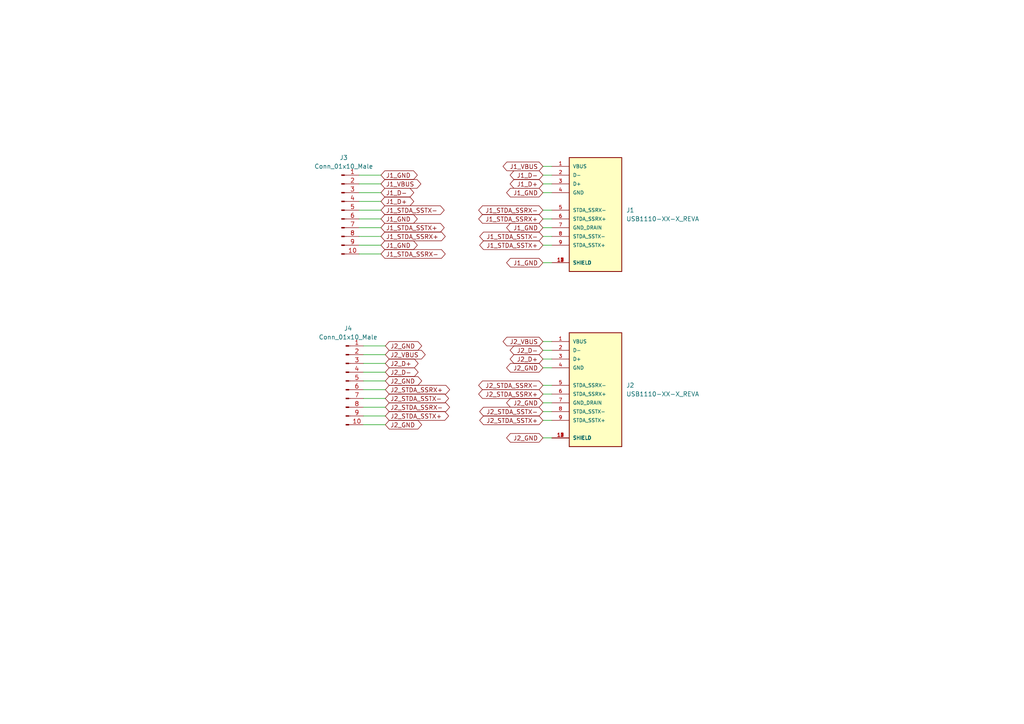
<source format=kicad_sch>
(kicad_sch (version 20211123) (generator eeschema)
  (paper "A4")
  (lib_symbols
    (symbol "Connector:Conn_01x10_Male" (pin_names (offset 1.016) hide)
      (property "Reference" "J" (at 0 12.7 0))
      (property "Value" "Conn_01x10_Male" (at 0 -15.24 0))
      (symbol "Conn_01x10_Male_1_1"
        (polyline (pts (xy 1.27 -12.7) (xy 0.8636 -12.7)) (stroke (width 0.1524)))
        (polyline (pts (xy 1.27 -10.16) (xy 0.8636 -10.16)) (stroke (width 0.1524)))
        (polyline (pts (xy 1.27 -7.62) (xy 0.8636 -7.62)) (stroke (width 0.1524)))
        (polyline (pts (xy 1.27 -5.08) (xy 0.8636 -5.08)) (stroke (width 0.1524)))
        (polyline (pts (xy 1.27 -2.54) (xy 0.8636 -2.54)) (stroke (width 0.1524)))
        (polyline (pts (xy 1.27 0) (xy 0.8636 0)) (stroke (width 0.1524)))
        (polyline (pts (xy 1.27 2.54) (xy 0.8636 2.54)) (stroke (width 0.1524)))
        (polyline (pts (xy 1.27 5.08) (xy 0.8636 5.08)) (stroke (width 0.1524)))
        (polyline (pts (xy 1.27 7.62) (xy 0.8636 7.62)) (stroke (width 0.1524)))
        (polyline (pts (xy 1.27 10.16) (xy 0.8636 10.16)) (stroke (width 0.1524)))
        (rectangle (start 0.8636 -12.573) (end 0 -12.827) (stroke (width 0.1524)) (fill (type outline)))
        (rectangle (start 0.8636 -10.033) (end 0 -10.287) (stroke (width 0.1524)) (fill (type outline)))
        (rectangle (start 0.8636 -7.493) (end 0 -7.747) (stroke (width 0.1524)) (fill (type outline)))
        (rectangle (start 0.8636 -4.953) (end 0 -5.207) (stroke (width 0.1524)) (fill (type outline)))
        (rectangle (start 0.8636 -2.413) (end 0 -2.667) (stroke (width 0.1524)) (fill (type outline)))
        (rectangle (start 0.8636 0.127) (end 0 -0.127) (stroke (width 0.1524)) (fill (type outline)))
        (rectangle (start 0.8636 2.667) (end 0 2.413) (stroke (width 0.1524)) (fill (type outline)))
        (rectangle (start 0.8636 5.207) (end 0 4.953) (stroke (width 0.1524)) (fill (type outline)))
        (rectangle (start 0.8636 7.747) (end 0 7.493) (stroke (width 0.1524)) (fill (type outline)))
        (rectangle (start 0.8636 10.287) (end 0 10.033) (stroke (width 0.1524)) (fill (type outline)))
        (pin passive line (at 5.08 10.16 180) (length 3.81) (name "Pin_1") (number "1"))
        (pin passive line (at 5.08 -12.7 180) (length 3.81) (name "Pin_10") (number "10"))
        (pin passive line (at 5.08 7.62 180) (length 3.81) (name "Pin_2") (number "2"))
        (pin passive line (at 5.08 5.08 180) (length 3.81) (name "Pin_3") (number "3"))
        (pin passive line (at 5.08 2.54 180) (length 3.81) (name "Pin_4") (number "4"))
        (pin passive line (at 5.08 0 180) (length 3.81) (name "Pin_5") (number "5"))
        (pin passive line (at 5.08 -2.54 180) (length 3.81) (name "Pin_6") (number "6"))
        (pin passive line (at 5.08 -5.08 180) (length 3.81) (name "Pin_7") (number "7"))
        (pin passive line (at 5.08 -7.62 180) (length 3.81) (name "Pin_8") (number "8"))
        (pin passive line (at 5.08 -10.16 180) (length 3.81) (name "Pin_9") (number "9"))
      )
    )
    (symbol "usb:USB1110-XX-X_REVA" (pin_names (offset 1.016))
      (property "Reference" "J" (at -7.6253 15.2505 0))
      (property "Value" "USB1110-XX-X_REVA" (at -7.6218 -20.3249 0))
      (symbol "USB1110-XX-X_REVA_0_0"
        (rectangle (start -7.62 -17.78) (end 7.62 15.24) (stroke (width 0.254)) (fill (type background)))
        (pin power_in line (at -12.7 12.7 0) (length 5.08) (name "VBUS") (number "1"))
        (pin passive line (at -12.7 -15.24 0) (length 5.08) (name "SHIELD") (number "10"))
        (pin passive line (at -12.7 -15.24 0) (length 5.08) (name "SHIELD") (number "11"))
        (pin passive line (at -12.7 -15.24 0) (length 5.08) (name "SHIELD") (number "12"))
        (pin passive line (at -12.7 -15.24 0) (length 5.08) (name "SHIELD") (number "13"))
        (pin bidirectional line (at -12.7 10.16 0) (length 5.08) (name "D-") (number "2"))
        (pin bidirectional line (at -12.7 7.62 0) (length 5.08) (name "D+") (number "3"))
        (pin passive line (at -12.7 5.08 0) (length 5.08) (name "GND") (number "4"))
        (pin input line (at -12.7 0 0) (length 5.08) (name "STDA_SSRX-") (number "5"))
        (pin input line (at -12.7 -2.54 0) (length 5.08) (name "STDA_SSRX+") (number "6"))
        (pin passive line (at -12.7 -5.08 0) (length 5.08) (name "GND_DRAIN") (number "7"))
        (pin output line (at -12.7 -7.62 0) (length 5.08) (name "STDA_SSTX-") (number "8"))
        (pin output line (at -12.7 -10.16 0) (length 5.08) (name "STDA_SSTX+") (number "9"))
      )
    )
  )
  (wire (pts (xy 157.48 63.5) (xy 160.02 63.5)))
  (wire (pts (xy 105.41 107.95) (xy 111.76 107.95)))
  (wire (pts (xy 104.14 63.5) (xy 110.49 63.5)))
  (wire (pts (xy 105.41 120.65) (xy 111.76 120.65)))
  (wire (pts (xy 157.48 71.12) (xy 160.02 71.12)))
  (wire (pts (xy 157.48 119.38) (xy 160.02 119.38)))
  (wire (pts (xy 157.48 66.04) (xy 160.02 66.04)))
  (wire (pts (xy 157.48 114.3) (xy 160.02 114.3)))
  (wire (pts (xy 104.14 73.66) (xy 110.49 73.66)))
  (wire (pts (xy 157.48 127) (xy 160.02 127)))
  (wire (pts (xy 157.48 116.84) (xy 160.02 116.84)))
  (wire (pts (xy 104.14 50.8) (xy 110.49 50.8)))
  (wire (pts (xy 104.14 60.96) (xy 110.49 60.96)))
  (wire (pts (xy 157.48 68.58) (xy 160.02 68.58)))
  (wire (pts (xy 105.41 105.41) (xy 111.76 105.41)))
  (wire (pts (xy 157.48 53.34) (xy 160.02 53.34)))
  (wire (pts (xy 105.41 102.87) (xy 111.76 102.87)))
  (wire (pts (xy 157.48 104.14) (xy 160.02 104.14)))
  (wire (pts (xy 157.48 50.8) (xy 160.02 50.8)))
  (wire (pts (xy 105.41 100.33) (xy 111.76 100.33)))
  (wire (pts (xy 157.48 121.92) (xy 160.02 121.92)))
  (wire (pts (xy 157.48 48.26) (xy 160.02 48.26)))
  (wire (pts (xy 157.48 99.06) (xy 160.02 99.06)))
  (wire (pts (xy 157.48 106.68) (xy 160.02 106.68)))
  (wire (pts (xy 157.48 60.96) (xy 160.02 60.96)))
  (wire (pts (xy 104.14 58.42) (xy 110.49 58.42)))
  (wire (pts (xy 157.48 55.88) (xy 160.02 55.88)))
  (wire (pts (xy 105.41 118.11) (xy 111.76 118.11)))
  (wire (pts (xy 104.14 55.88) (xy 110.49 55.88)))
  (wire (pts (xy 105.41 115.57) (xy 111.76 115.57)))
  (wire (pts (xy 105.41 113.03) (xy 111.76 113.03)))
  (wire (pts (xy 104.14 53.34) (xy 110.49 53.34)))
  (wire (pts (xy 105.41 110.49) (xy 111.76 110.49)))
  (wire (pts (xy 104.14 66.04) (xy 110.49 66.04)))
  (wire (pts (xy 105.41 123.19) (xy 111.76 123.19)))
  (wire (pts (xy 157.48 111.76) (xy 160.02 111.76)))
  (wire (pts (xy 157.48 101.6) (xy 160.02 101.6)))
  (wire (pts (xy 104.14 71.12) (xy 110.49 71.12)))
  (wire (pts (xy 157.48 76.2) (xy 160.02 76.2)))
  (wire (pts (xy 104.14 68.58) (xy 110.49 68.58)))
  (global_label "J1_STDA_SSTX+" (shape bidirectional) (at 110.49 66.04 0) (property "插入圖紙頁參考" "${INTERSHEET_REFS}" (effects hide)))
  (global_label "J1_GND" (shape tri_state) (at 157.48 76.2 180) (property "插入圖紙頁參考" "${INTERSHEET_REFS}" (effects hide)))
  (global_label "J2_D+" (shape bidirectional) (at 157.48 104.14 180) (property "插入圖紙頁參考" "${INTERSHEET_REFS}" (effects hide)))
  (global_label "J1_D+" (shape bidirectional) (at 157.48 53.34 180) (property "插入圖紙頁參考" "${INTERSHEET_REFS}" (effects hide)))
  (global_label "J1_GND" (shape tri_state) (at 110.49 50.8 0) (property "插入圖紙頁參考" "${INTERSHEET_REFS}" (effects hide)))
  (global_label "J1_GND" (shape tri_state) (at 157.48 66.04 180) (property "插入圖紙頁參考" "${INTERSHEET_REFS}" (effects hide)))
  (global_label "J2_VBUS" (shape bidirectional) (at 111.76 102.87 0) (property "插入圖紙頁參考" "${INTERSHEET_REFS}" (effects hide)))
  (global_label "J1_GND" (shape tri_state) (at 157.48 55.88 180) (property "插入圖紙頁參考" "${INTERSHEET_REFS}" (effects hide)))
  (global_label "J2_GND" (shape tri_state) (at 111.76 110.49 0) (property "插入圖紙頁參考" "${INTERSHEET_REFS}" (effects hide)))
  (global_label "J1_D+" (shape bidirectional) (at 110.49 58.42 0) (property "插入圖紙頁參考" "${INTERSHEET_REFS}" (effects hide)))
  (global_label "J2_D-" (shape bidirectional) (at 157.48 101.6 180) (property "插入圖紙頁參考" "${INTERSHEET_REFS}" (effects hide)))
  (global_label "J2_GND" (shape tri_state) (at 157.48 116.84 180) (property "插入圖紙頁參考" "${INTERSHEET_REFS}" (effects hide)))
  (global_label "J1_D-" (shape bidirectional) (at 157.48 50.8 180) (property "插入圖紙頁參考" "${INTERSHEET_REFS}" (effects hide)))
  (global_label "J1_D-" (shape bidirectional) (at 110.49 55.88 0) (property "插入圖紙頁參考" "${INTERSHEET_REFS}" (effects hide)))
  (global_label "J2_STDA_SSTX+" (shape bidirectional) (at 111.76 120.65 0) (property "插入圖紙頁參考" "${INTERSHEET_REFS}" (effects hide)))
  (global_label "J1_STDA_SSRX+" (shape bidirectional) (at 157.48 63.5 180) (property "插入圖紙頁參考" "${INTERSHEET_REFS}" (effects hide)))
  (global_label "J1_STDA_SSTX-" (shape bidirectional) (at 110.49 60.96 0) (property "插入圖紙頁參考" "${INTERSHEET_REFS}" (effects hide)))
  (global_label "J1_VBUS" (shape bidirectional) (at 110.49 53.34 0) (property "插入圖紙頁參考" "${INTERSHEET_REFS}" (effects hide)))
  (global_label "J2_GND" (shape tri_state) (at 111.76 123.19 0) (property "插入圖紙頁參考" "${INTERSHEET_REFS}" (effects hide)))
  (global_label "J1_STDA_SSTX+" (shape bidirectional) (at 157.48 71.12 180) (property "插入圖紙頁參考" "${INTERSHEET_REFS}" (effects hide)))
  (global_label "J2_D-" (shape bidirectional) (at 111.76 107.95 0) (property "插入圖紙頁參考" "${INTERSHEET_REFS}" (effects hide)))
  (global_label "J2_STDA_SSRX+" (shape bidirectional) (at 157.48 114.3 180) (property "插入圖紙頁參考" "${INTERSHEET_REFS}" (effects hide)))
  (global_label "J2_STDA_SSTX-" (shape bidirectional) (at 157.48 119.38 180) (property "插入圖紙頁參考" "${INTERSHEET_REFS}" (effects hide)))
  (global_label "J2_GND" (shape tri_state) (at 111.76 100.33 0) (property "插入圖紙頁參考" "${INTERSHEET_REFS}" (effects hide)))
  (global_label "J1_STDA_SSRX-" (shape bidirectional) (at 110.49 73.66 0) (property "插入圖紙頁參考" "${INTERSHEET_REFS}" (effects hide)))
  (global_label "J2_VBUS" (shape bidirectional) (at 157.48 99.06 180) (property "插入圖紙頁參考" "${INTERSHEET_REFS}" (effects hide)))
  (global_label "J2_D+" (shape bidirectional) (at 111.76 105.41 0) (property "插入圖紙頁參考" "${INTERSHEET_REFS}" (effects hide)))
  (global_label "J2_STDA_SSTX-" (shape bidirectional) (at 111.76 115.57 0) (property "插入圖紙頁參考" "${INTERSHEET_REFS}" (effects hide)))
  (global_label "J2_STDA_SSRX+" (shape bidirectional) (at 111.76 113.03 0) (property "插入圖紙頁參考" "${INTERSHEET_REFS}" (effects hide)))
  (global_label "J2_STDA_SSRX-" (shape bidirectional) (at 111.76 118.11 0) (property "插入圖紙頁參考" "${INTERSHEET_REFS}" (effects hide)))
  (global_label "J2_STDA_SSRX-" (shape bidirectional) (at 157.48 111.76 180) (property "插入圖紙頁參考" "${INTERSHEET_REFS}" (effects hide)))
  (global_label "J1_GND" (shape tri_state) (at 110.49 71.12 0) (property "插入圖紙頁參考" "${INTERSHEET_REFS}" (effects hide)))
  (global_label "J1_GND" (shape tri_state) (at 110.49 63.5 0) (property "插入圖紙頁參考" "${INTERSHEET_REFS}" (effects hide)))
  (global_label "J1_STDA_SSTX-" (shape bidirectional) (at 157.48 68.58 180) (property "插入圖紙頁參考" "${INTERSHEET_REFS}" (effects hide)))
  (global_label "J1_VBUS" (shape bidirectional) (at 157.48 48.26 180) (property "插入圖紙頁參考" "${INTERSHEET_REFS}" (effects hide)))
  (global_label "J2_GND" (shape tri_state) (at 157.48 127 180) (property "插入圖紙頁參考" "${INTERSHEET_REFS}" (effects hide)))
  (global_label "J1_STDA_SSRX+" (shape bidirectional) (at 110.49 68.58 0) (property "插入圖紙頁參考" "${INTERSHEET_REFS}" (effects hide)))
  (global_label "J2_STDA_SSTX+" (shape bidirectional) (at 157.48 121.92 180) (property "插入圖紙頁參考" "${INTERSHEET_REFS}" (effects hide)))
  (global_label "J2_GND" (shape tri_state) (at 157.48 106.68 180) (property "插入圖紙頁參考" "${INTERSHEET_REFS}" (effects hide)))
  (global_label "J1_STDA_SSRX-" (shape bidirectional) (at 157.48 60.96 180) (property "插入圖紙頁參考" "${INTERSHEET_REFS}" (effects hide)))
  (symbol (lib_id "Connector:Conn_01x10_Male") (at 99.06 60.96 0) (unit 1)
    (property "Reference" "J3" (at 99.695 45.72 0))
    (property "Value" "Conn_01x10_Male" (at 99.695 48.26 0))
    (property "Footprint" "Connector_PinHeader_2.00mm:PinHeader_2x05_P2.00mm_Vertical" (effects hide))
  )
  (symbol (lib_id "usb:USB1110-XX-X_REVA") (at 172.72 111.76 0) (unit 1)
    (property "Reference" "J2" (at 181.61 111.7599 0) (effects (justify left)))
    (property "Value" "USB1110-XX-X_REVA" (at 181.61 114.2999 0) (effects (justify left)))
    (property "Footprint" "usb3.0:GCT_USB1110_goose45_usbport" (effects hide))
    (property "MANUFACTURER" "GCT" (effects hide))
  )
  (symbol (lib_id "usb:USB1110-XX-X_REVA") (at 172.72 60.96 0) (unit 1)
    (property "Reference" "J1" (at 181.61 60.9599 0) (effects (justify left)))
    (property "Value" "USB1110-XX-X_REVA" (at 181.61 63.4999 0) (effects (justify left)))
    (property "Footprint" "usb3.0:GCT_USB1110_goose45_usbport" (effects hide))
    (property "MANUFACTURER" "GCT" (effects hide))
  )
  (symbol (lib_id "Connector:Conn_01x10_Male") (at 100.33 110.49 0) (unit 1)
    (property "Reference" "J4" (at 100.965 95.25 0))
    (property "Value" "Conn_01x10_Male" (at 100.965 97.79 0))
    (property "Footprint" "Connector_PinHeader_2.00mm:PinHeader_2x05_P2.00mm_Vertical" (effects hide))
  )
)
</source>
